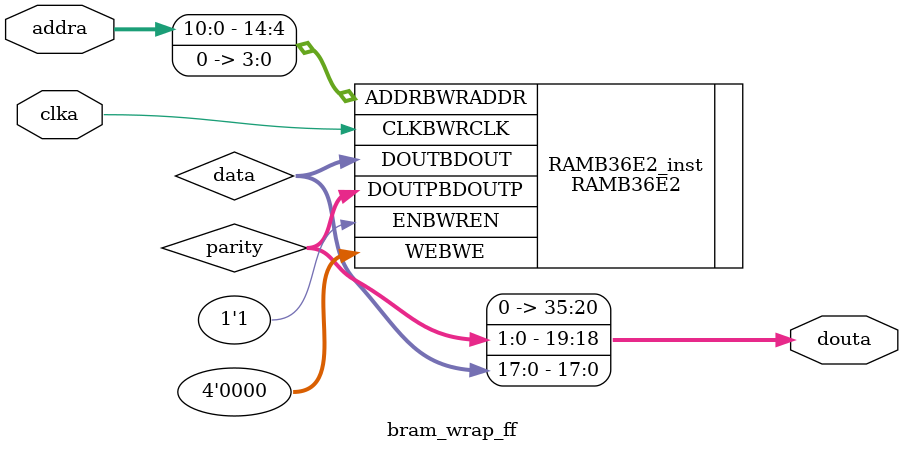
<source format=v>
`timescale 1ns / 1ps

module bram_wrap_ff(
    input clka,
    input [10:0] addra,
    output [35:0] douta
    );
    
    wire [17:0] data;
    wire [1:0] parity;
    
    assign douta = {18'b0, parity, data};
    
RAMB36E2 #(
// CASCADE_ORDER_A, CASCADE_ORDER_B: "FIRST", "MIDDLE", "LAST", "NONE"
.CASCADE_ORDER_A("NONE"),
.CASCADE_ORDER_B("NONE"),
// CLOCK_DOMAINS: "COMMON", "INDEPENDENT"
.CLOCK_DOMAINS("INDEPENDENT"),
// Collision check: "ALL", "GENERATE_X_ONLY", "NONE", "WARNING_ONLY"
.SIM_COLLISION_CHECK("ALL"),
// DOA_REG, DOB_REG: Optional output register (0, 1)
.DOA_REG(0),
.DOB_REG(0),
// ENADDRENA/ENADDRENB: Address enable pin enable, "TRUE", "FALSE"
.ENADDRENA("FALSE"),
.ENADDRENB("FALSE"),
// EN_ECC_PIPE: ECC pipeline register, "TRUE"/"FALSE"
.EN_ECC_PIPE("FALSE"),
// EN_ECC_READ: Enable ECC decoder, "TRUE"/"FALSE"
.EN_ECC_READ("FALSE"),
// EN_ECC_WRITE: Enable ECC encoder, "TRUE"/"FALSE"
.EN_ECC_WRITE("FALSE"),
   // INITP_00 to INITP_0F: Initial contents of the parity memory array
	.INITP_00(256'hFFFFFFFFFFFFFFFFFFFFFFFFFFFFFFFFFFFFFFFFFFFFFFFFFFFFFFFFFFFFFFFF),
	.INITP_01(256'hFFFFFFFFFFFFFFFFFFFFFFFFFFFFFFFFFFFFFFFFFFFFFFFFFFFFFFFFFFFFFFFF),
	.INITP_02(256'hFFFFFFFFFFFFFFFFFFFFFFFFFFFFFFFFFFFFFFFFFFFFFFFFFFFFFFFFFFFFFFFF),
	.INITP_03(256'hFFFFFFFFFFFFFFFFFFFFFFFFFFFFFFFFFFFFFFFFFFFFFFFFFFFFFFFFFFFFFFFF),
	.INITP_04(256'hFFFFFFFFFFFFFFFFFFFFFFFFFFFFFFFFFFFFFFFFFFFFFFFFFFFFFFFFFFFFFFFF),
	.INITP_05(256'hFFFFFFFFFFFFFFFFFFFFFFFFFFFFFFFFFFFFFFFFFFFFFFFFFFFFFFFFFFFFFFFF),
	.INITP_06(256'hFFFFFFFFFFFFFFFFFFFFFFFFFFFFFFFFFFFFFFFFFFFFFFFFFFFFFFFFFFFFFFFF),
	.INITP_07(256'hFFFFFFFFFFFFFFFFFFFFFFFFFFFFFFFFFFFFFFFFFFFFFFFFFFFFFFFFFFFFFFFF),
	.INITP_08(256'hFFFFFFFFFFFFFFFFFFFFFFFFFFFFFFFFFFFFFFFFFFFFFFFFFFFFFFFFFFFFFFFF),
	.INITP_09(256'hFFFFFFFFFFFFFFFFFFFFFFFFFFFFFFFFFFFFFFFFFFFFFFFFFFFFFFFFFFFFFFFF),
	.INITP_0A(256'hFFFFFFFFFFFFFFFFFFFFFFFFFFFFFFFFFFFFFFFFFFFFFFFFFFFFFFFFFFFFFFFF),
	.INITP_0B(256'hFFFFFFFFFFFFFFFFFFFFFFFFFFFFFFFFFFFFFFFFFFFFFFFFFFFFFFFFFFFFFFFF),
	.INITP_0C(256'hFFFFFFFFFFFFFFFFFFFFFFFFFFFFFFFFFFFFFFFFFFFFFFFFFFFFFFFFFFFFFFFF),
	.INITP_0D(256'hFFFFFFFFFFFFFFFFFFFFFFFFFFFFFFFFFFFFFFFFFFFFFFFFFFFFFFFFFFFFFFFF),
	.INITP_0E(256'hFFFFFFFFFFFFFFFFFFFFFFFFFFFFFFFFFFFFFFFFFFFFFFFFFFFFFFFFFFFFFFFF),
	.INITP_0F(256'hFFFFFFFFFFFFFFFFFFFFFFFFFFFFFFFFFFFFFFFFFFFFFFFFFFFFFFFFFFFFFFFF),
   // INIT_00 to INIT_7F: Initial contents of the data memory array
	.INIT_00(256'hFFFFFFFFFFFFFFFFFFFFFFFFFFFFFFFFFFFFFFFFFFFFFFFFFFFFFFFFFFFFFFFF),
	.INIT_01(256'hFFFFFFFFFFFFFFFFFFFFFFFFFFFFFFFFFFFFFFFFFFFFFFFFFFFFFFFFFFFFFFFF),
	.INIT_02(256'hFFFFFFFFFFFFFFFFFFFFFFFFFFFFFFFFFFFFFFFFFFFFFFFFFFFFFFFFFFFFFFFF),
	.INIT_03(256'hFFFFFFFFFFFFFFFFFFFFFFFFFFFFFFFFFFFFFFFFFFFFFFFFFFFFFFFFFFFFFFFF),
	.INIT_04(256'hFFFFFFFFFFFFFFFFFFFFFFFFFFFFFFFFFFFFFFFFFFFFFFFFFFFFFFFFFFFFFFFF),
	.INIT_05(256'hFFFFFFFFFFFFFFFFFFFFFFFFFFFFFFFFFFFFFFFFFFFFFFFFFFFFFFFFFFFFFFFF),
	.INIT_06(256'hFFFFFFFFFFFFFFFFFFFFFFFFFFFFFFFFFFFFFFFFFFFFFFFFFFFFFFFFFFFFFFFF),
	.INIT_07(256'hFFFFFFFFFFFFFFFFFFFFFFFFFFFFFFFFFFFFFFFFFFFFFFFFFFFFFFFFFFFFFFFF),
	.INIT_08(256'hFFFFFFFFFFFFFFFFFFFFFFFFFFFFFFFFFFFFFFFFFFFFFFFFFFFFFFFFFFFFFFFF),
	.INIT_09(256'hFFFFFFFFFFFFFFFFFFFFFFFFFFFFFFFFFFFFFFFFFFFFFFFFFFFFFFFFFFFFFFFF),
	.INIT_0A(256'hFFFFFFFFFFFFFFFFFFFFFFFFFFFFFFFFFFFFFFFFFFFFFFFFFFFFFFFFFFFFFFFF),
	.INIT_0B(256'hFFFFFFFFFFFFFFFFFFFFFFFFFFFFFFFFFFFFFFFFFFFFFFFFFFFFFFFFFFFFFFFF),
	.INIT_0C(256'hFFFFFFFFFFFFFFFFFFFFFFFFFFFFFFFFFFFFFFFFFFFFFFFFFFFFFFFFFFFFFFFF),
	.INIT_0D(256'hFFFFFFFFFFFFFFFFFFFFFFFFFFFFFFFFFFFFFFFFFFFFFFFFFFFFFFFFFFFFFFFF),
	.INIT_0E(256'hFFFFFFFFFFFFFFFFFFFFFFFFFFFFFFFFFFFFFFFFFFFFFFFFFFFFFFFFFFFFFFFF),
	.INIT_0F(256'hFFFFFFFFFFFFFFFFFFFFFFFFFFFFFFFFFFFFFFFFFFFFFFFFFFFFFFFFFFFFFFFF),
	.INIT_10(256'hFFFFFFFFFFFFFFFFFFFFFFFFFFFFFFFFFFFFFFFFFFFFFFFFFFFFFFFFFFFFFFFF),
	.INIT_11(256'hFFFFFFFFFFFFFFFFFFFFFFFFFFFFFFFFFFFFFFFFFFFFFFFFFFFFFFFFFFFFFFFF),
	.INIT_12(256'hFFFFFFFFFFFFFFFFFFFFFFFFFFFFFFFFFFFFFFFFFFFFFFFFFFFFFFFFFFFFFFFF),
	.INIT_13(256'hFFFFFFFFFFFFFFFFFFFFFFFFFFFFFFFFFFFFFFFFFFFFFFFFFFFFFFFFFFFFFFFF),
	.INIT_14(256'hFFFFFFFFFFFFFFFFFFFFFFFFFFFFFFFFFFFFFFFFFFFFFFFFFFFFFFFFFFFFFFFF),
	.INIT_15(256'hFFFFFFFFFFFFFFFFFFFFFFFFFFFFFFFFFFFFFFFFFFFFFFFFFFFFFFFFFFFFFFFF),
	.INIT_16(256'hFFFFFFFFFFFFFFFFFFFFFFFFFFFFFFFFFFFFFFFFFFFFFFFFFFFFFFFFFFFFFFFF),
	.INIT_17(256'hFFFFFFFFFFFFFFFFFFFFFFFFFFFFFFFFFFFFFFFFFFFFFFFFFFFFFFFFFFFFFFFF),
	.INIT_18(256'hFFFFFFFFFFFFFFFFFFFFFFFFFFFFFFFFFFFFFFFFFFFFFFFFFFFFFFFFFFFFFFFF),
	.INIT_19(256'hFFFFFFFFFFFFFFFFFFFFFFFFFFFFFFFFFFFFFFFFFFFFFFFFFFFFFFFFFFFFFFFF),
	.INIT_1A(256'hFFFFFFFFFFFFFFFFFFFFFFFFFFFFFFFFFFFFFFFFFFFFFFFFFFFFFFFFFFFFFFFF),
	.INIT_1B(256'hFFFFFFFFFFFFFFFFFFFFFFFFFFFFFFFFFFFFFFFFFFFFFFFFFFFFFFFFFFFFFFFF),
	.INIT_1C(256'hFFFFFFFFFFFFFFFFFFFFFFFFFFFFFFFFFFFFFFFFFFFFFFFFFFFFFFFFFFFFFFFF),
	.INIT_1D(256'hFFFFFFFFFFFFFFFFFFFFFFFFFFFFFFFFFFFFFFFFFFFFFFFFFFFFFFFFFFFFFFFF),
	.INIT_1E(256'hFFFFFFFFFFFFFFFFFFFFFFFFFFFFFFFFFFFFFFFFFFFFFFFFFFFFFFFFFFFFFFFF),
	.INIT_1F(256'hFFFFFFFFFFFFFFFFFFFFFFFFFFFFFFFFFFFFFFFFFFFFFFFFFFFFFFFFFFFFFFFF),
	.INIT_20(256'hFFFFFFFFFFFFFFFFFFFFFFFFFFFFFFFFFFFFFFFFFFFFFFFFFFFFFFFFFFFFFFFF),
	.INIT_21(256'hFFFFFFFFFFFFFFFFFFFFFFFFFFFFFFFFFFFFFFFFFFFFFFFFFFFFFFFFFFFFFFFF),
	.INIT_22(256'hFFFFFFFFFFFFFFFFFFFFFFFFFFFFFFFFFFFFFFFFFFFFFFFFFFFFFFFFFFFFFFFF),
	.INIT_23(256'hFFFFFFFFFFFFFFFFFFFFFFFFFFFFFFFFFFFFFFFFFFFFFFFFFFFFFFFFFFFFFFFF),
	.INIT_24(256'hFFFFFFFFFFFFFFFFFFFFFFFFFFFFFFFFFFFFFFFFFFFFFFFFFFFFFFFFFFFFFFFF),
	.INIT_25(256'hFFFFFFFFFFFFFFFFFFFFFFFFFFFFFFFFFFFFFFFFFFFFFFFFFFFFFFFFFFFFFFFF),
	.INIT_26(256'hFFFFFFFFFFFFFFFFFFFFFFFFFFFFFFFFFFFFFFFFFFFFFFFFFFFFFFFFFFFFFFFF),
	.INIT_27(256'hFFFFFFFFFFFFFFFFFFFFFFFFFFFFFFFFFFFFFFFFFFFFFFFFFFFFFFFFFFFFFFFF),
	.INIT_28(256'hFFFFFFFFFFFFFFFFFFFFFFFFFFFFFFFFFFFFFFFFFFFFFFFFFFFFFFFFFFFFFFFF),
	.INIT_29(256'hFFFFFFFFFFFFFFFFFFFFFFFFFFFFFFFFFFFFFFFFFFFFFFFFFFFFFFFFFFFFFFFF),
	.INIT_2A(256'hFFFFFFFFFFFFFFFFFFFFFFFFFFFFFFFFFFFFFFFFFFFFFFFFFFFFFFFFFFFFFFFF),
	.INIT_2B(256'hFFFFFFFFFFFFFFFFFFFFFFFFFFFFFFFFFFFFFFFFFFFFFFFFFFFFFFFFFFFFFFFF),
	.INIT_2C(256'hFFFFFFFFFFFFFFFFFFFFFFFFFFFFFFFFFFFFFFFFFFFFFFFFFFFFFFFFFFFFFFFF),
	.INIT_2D(256'hFFFFFFFFFFFFFFFFFFFFFFFFFFFFFFFFFFFFFFFFFFFFFFFFFFFFFFFFFFFFFFFF),
	.INIT_2E(256'hFFFFFFFFFFFFFFFFFFFFFFFFFFFFFFFFFFFFFFFFFFFFFFFFFFFFFFFFFFFFFFFF),
	.INIT_2F(256'hFFFFFFFFFFFFFFFFFFFFFFFFFFFFFFFFFFFFFFFFFFFFFFFFFFFFFFFFFFFFFFFF),
	.INIT_30(256'hFFFFFFFFFFFFFFFFFFFFFFFFFFFFFFFFFFFFFFFFFFFFFFFFFFFFFFFFFFFFFFFF),
	.INIT_31(256'hFFFFFFFFFFFFFFFFFFFFFFFFFFFFFFFFFFFFFFFFFFFFFFFFFFFFFFFFFFFFFFFF),
	.INIT_32(256'hFFFFFFFFFFFFFFFFFFFFFFFFFFFFFFFFFFFFFFFFFFFFFFFFFFFFFFFFFFFFFFFF),
	.INIT_33(256'hFFFFFFFFFFFFFFFFFFFFFFFFFFFFFFFFFFFFFFFFFFFFFFFFFFFFFFFFFFFFFFFF),
	.INIT_34(256'hFFFFFFFFFFFFFFFFFFFFFFFFFFFFFFFFFFFFFFFFFFFFFFFFFFFFFFFFFFFFFFFF),
	.INIT_35(256'hFFFFFFFFFFFFFFFFFFFFFFFFFFFFFFFFFFFFFFFFFFFFFFFFFFFFFFFFFFFFFFFF),
	.INIT_36(256'hFFFFFFFFFFFFFFFFFFFFFFFFFFFFFFFFFFFFFFFFFFFFFFFFFFFFFFFFFFFFFFFF),
	.INIT_37(256'hFFFFFFFFFFFFFFFFFFFFFFFFFFFFFFFFFFFFFFFFFFFFFFFFFFFFFFFFFFFFFFFF),
	.INIT_38(256'hFFFFFFFFFFFFFFFFFFFFFFFFFFFFFFFFFFFFFFFFFFFFFFFFFFFFFFFFFFFFFFFF),
	.INIT_39(256'hFFFFFFFFFFFFFFFFFFFFFFFFFFFFFFFFFFFFFFFFFFFFFFFFFFFFFFFFFFFFFFFF),
	.INIT_3A(256'hFFFFFFFFFFFFFFFFFFFFFFFFFFFFFFFFFFFFFFFFFFFFFFFFFFFFFFFFFFFFFFFF),
	.INIT_3B(256'hFFFFFFFFFFFFFFFFFFFFFFFFFFFFFFFFFFFFFFFFFFFFFFFFFFFFFFFFFFFFFFFF),
	.INIT_3C(256'hFFFFFFFFFFFFFFFFFFFFFFFFFFFFFFFFFFFFFFFFFFFFFFFFFFFFFFFFFFFFFFFF),
	.INIT_3D(256'hFFFFFFFFFFFFFFFFFFFFFFFFFFFFFFFFFFFFFFFFFFFFFFFFFFFFFFFFFFFFFFFF),
	.INIT_3E(256'hFFFFFFFFFFFFFFFFFFFFFFFFFFFFFFFFFFFFFFFFFFFFFFFFFFFFFFFFFFFFFFFF),
	.INIT_3F(256'hFFFFFFFFFFFFFFFFFFFFFFFFFFFFFFFFFFFFFFFFFFFFFFFFFFFFFFFFFFFFFFFF),
	.INIT_40(256'hFFFFFFFFFFFFFFFFFFFFFFFFFFFFFFFFFFFFFFFFFFFFFFFFFFFFFFFFFFFFFFFF),
	.INIT_41(256'hFFFFFFFFFFFFFFFFFFFFFFFFFFFFFFFFFFFFFFFFFFFFFFFFFFFFFFFFFFFFFFFF),
	.INIT_42(256'hFFFFFFFFFFFFFFFFFFFFFFFFFFFFFFFFFFFFFFFFFFFFFFFFFFFFFFFFFFFFFFFF),
	.INIT_43(256'hFFFFFFFFFFFFFFFFFFFFFFFFFFFFFFFFFFFFFFFFFFFFFFFFFFFFFFFFFFFFFFFF),
	.INIT_44(256'hFFFFFFFFFFFFFFFFFFFFFFFFFFFFFFFFFFFFFFFFFFFFFFFFFFFFFFFFFFFFFFFF),
	.INIT_45(256'hFFFFFFFFFFFFFFFFFFFFFFFFFFFFFFFFFFFFFFFFFFFFFFFFFFFFFFFFFFFFFFFF),
	.INIT_46(256'hFFFFFFFFFFFFFFFFFFFFFFFFFFFFFFFFFFFFFFFFFFFFFFFFFFFFFFFFFFFFFFFF),
	.INIT_47(256'hFFFFFFFFFFFFFFFFFFFFFFFFFFFFFFFFFFFFFFFFFFFFFFFFFFFFFFFFFFFFFFFF),
	.INIT_48(256'hFFFFFFFFFFFFFFFFFFFFFFFFFFFFFFFFFFFFFFFFFFFFFFFFFFFFFFFFFFFFFFFF),
	.INIT_49(256'hFFFFFFFFFFFFFFFFFFFFFFFFFFFFFFFFFFFFFFFFFFFFFFFFFFFFFFFFFFFFFFFF),
	.INIT_4A(256'hFFFFFFFFFFFFFFFFFFFFFFFFFFFFFFFFFFFFFFFFFFFFFFFFFFFFFFFFFFFFFFFF),
	.INIT_4B(256'hFFFFFFFFFFFFFFFFFFFFFFFFFFFFFFFFFFFFFFFFFFFFFFFFFFFFFFFFFFFFFFFF),
	.INIT_4C(256'hFFFFFFFFFFFFFFFFFFFFFFFFFFFFFFFFFFFFFFFFFFFFFFFFFFFFFFFFFFFFFFFF),
	.INIT_4D(256'hFFFFFFFFFFFFFFFFFFFFFFFFFFFFFFFFFFFFFFFFFFFFFFFFFFFFFFFFFFFFFFFF),
	.INIT_4E(256'hFFFFFFFFFFFFFFFFFFFFFFFFFFFFFFFFFFFFFFFFFFFFFFFFFFFFFFFFFFFFFFFF),
	.INIT_4F(256'hFFFFFFFFFFFFFFFFFFFFFFFFFFFFFFFFFFFFFFFFFFFFFFFFFFFFFFFFFFFFFFFF),
	.INIT_50(256'hFFFFFFFFFFFFFFFFFFFFFFFFFFFFFFFFFFFFFFFFFFFFFFFFFFFFFFFFFFFFFFFF),
	.INIT_51(256'hFFFFFFFFFFFFFFFFFFFFFFFFFFFFFFFFFFFFFFFFFFFFFFFFFFFFFFFFFFFFFFFF),
	.INIT_52(256'hFFFFFFFFFFFFFFFFFFFFFFFFFFFFFFFFFFFFFFFFFFFFFFFFFFFFFFFFFFFFFFFF),
	.INIT_53(256'hFFFFFFFFFFFFFFFFFFFFFFFFFFFFFFFFFFFFFFFFFFFFFFFFFFFFFFFFFFFFFFFF),
	.INIT_54(256'hFFFFFFFFFFFFFFFFFFFFFFFFFFFFFFFFFFFFFFFFFFFFFFFFFFFFFFFFFFFFFFFF),
	.INIT_55(256'hFFFFFFFFFFFFFFFFFFFFFFFFFFFFFFFFFFFFFFFFFFFFFFFFFFFFFFFFFFFFFFFF),
	.INIT_56(256'hFFFFFFFFFFFFFFFFFFFFFFFFFFFFFFFFFFFFFFFFFFFFFFFFFFFFFFFFFFFFFFFF),
	.INIT_57(256'hFFFFFFFFFFFFFFFFFFFFFFFFFFFFFFFFFFFFFFFFFFFFFFFFFFFFFFFFFFFFFFFF),
	.INIT_58(256'hFFFFFFFFFFFFFFFFFFFFFFFFFFFFFFFFFFFFFFFFFFFFFFFFFFFFFFFFFFFFFFFF),
	.INIT_59(256'hFFFFFFFFFFFFFFFFFFFFFFFFFFFFFFFFFFFFFFFFFFFFFFFFFFFFFFFFFFFFFFFF),
	.INIT_5A(256'hFFFFFFFFFFFFFFFFFFFFFFFFFFFFFFFFFFFFFFFFFFFFFFFFFFFFFFFFFFFFFFFF),
	.INIT_5B(256'hFFFFFFFFFFFFFFFFFFFFFFFFFFFFFFFFFFFFFFFFFFFFFFFFFFFFFFFFFFFFFFFF),
	.INIT_5C(256'hFFFFFFFFFFFFFFFFFFFFFFFFFFFFFFFFFFFFFFFFFFFFFFFFFFFFFFFFFFFFFFFF),
	.INIT_5D(256'hFFFFFFFFFFFFFFFFFFFFFFFFFFFFFFFFFFFFFFFFFFFFFFFFFFFFFFFFFFFFFFFF),
	.INIT_5E(256'hFFFFFFFFFFFFFFFFFFFFFFFFFFFFFFFFFFFFFFFFFFFFFFFFFFFFFFFFFFFFFFFF),
	.INIT_5F(256'hFFFFFFFFFFFFFFFFFFFFFFFFFFFFFFFFFFFFFFFFFFFFFFFFFFFFFFFFFFFFFFFF),
	.INIT_60(256'hFFFFFFFFFFFFFFFFFFFFFFFFFFFFFFFFFFFFFFFFFFFFFFFFFFFFFFFFFFFFFFFF),
	.INIT_61(256'hFFFFFFFFFFFFFFFFFFFFFFFFFFFFFFFFFFFFFFFFFFFFFFFFFFFFFFFFFFFFFFFF),
	.INIT_62(256'hFFFFFFFFFFFFFFFFFFFFFFFFFFFFFFFFFFFFFFFFFFFFFFFFFFFFFFFFFFFFFFFF),
	.INIT_63(256'hFFFFFFFFFFFFFFFFFFFFFFFFFFFFFFFFFFFFFFFFFFFFFFFFFFFFFFFFFFFFFFFF),
	.INIT_64(256'hFFFFFFFFFFFFFFFFFFFFFFFFFFFFFFFFFFFFFFFFFFFFFFFFFFFFFFFFFFFFFFFF),
	.INIT_65(256'hFFFFFFFFFFFFFFFFFFFFFFFFFFFFFFFFFFFFFFFFFFFFFFFFFFFFFFFFFFFFFFFF),
	.INIT_66(256'hFFFFFFFFFFFFFFFFFFFFFFFFFFFFFFFFFFFFFFFFFFFFFFFFFFFFFFFFFFFFFFFF),
	.INIT_67(256'hFFFFFFFFFFFFFFFFFFFFFFFFFFFFFFFFFFFFFFFFFFFFFFFFFFFFFFFFFFFFFFFF),
	.INIT_68(256'hFFFFFFFFFFFFFFFFFFFFFFFFFFFFFFFFFFFFFFFFFFFFFFFFFFFFFFFFFFFFFFFF),
	.INIT_69(256'hFFFFFFFFFFFFFFFFFFFFFFFFFFFFFFFFFFFFFFFFFFFFFFFFFFFFFFFFFFFFFFFF),
	.INIT_6A(256'hFFFFFFFFFFFFFFFFFFFFFFFFFFFFFFFFFFFFFFFFFFFFFFFFFFFFFFFFFFFFFFFF),
	.INIT_6B(256'hFFFFFFFFFFFFFFFFFFFFFFFFFFFFFFFFFFFFFFFFFFFFFFFFFFFFFFFFFFFFFFFF),
	.INIT_6C(256'hFFFFFFFFFFFFFFFFFFFFFFFFFFFFFFFFFFFFFFFFFFFFFFFFFFFFFFFFFFFFFFFF),
	.INIT_6D(256'hFFFFFFFFFFFFFFFFFFFFFFFFFFFFFFFFFFFFFFFFFFFFFFFFFFFFFFFFFFFFFFFF),
	.INIT_6E(256'hFFFFFFFFFFFFFFFFFFFFFFFFFFFFFFFFFFFFFFFFFFFFFFFFFFFFFFFFFFFFFFFF),
	.INIT_6F(256'hFFFFFFFFFFFFFFFFFFFFFFFFFFFFFFFFFFFFFFFFFFFFFFFFFFFFFFFFFFFFFFFF),
	.INIT_70(256'hFFFFFFFFFFFFFFFFFFFFFFFFFFFFFFFFFFFFFFFFFFFFFFFFFFFFFFFFFFFFFFFF),
	.INIT_71(256'hFFFFFFFFFFFFFFFFFFFFFFFFFFFFFFFFFFFFFFFFFFFFFFFFFFFFFFFFFFFFFFFF),
	.INIT_72(256'hFFFFFFFFFFFFFFFFFFFFFFFFFFFFFFFFFFFFFFFFFFFFFFFFFFFFFFFFFFFFFFFF),
	.INIT_73(256'hFFFFFFFFFFFFFFFFFFFFFFFFFFFFFFFFFFFFFFFFFFFFFFFFFFFFFFFFFFFFFFFF),
	.INIT_74(256'hFFFFFFFFFFFFFFFFFFFFFFFFFFFFFFFFFFFFFFFFFFFFFFFFFFFFFFFFFFFFFFFF),
	.INIT_75(256'hFFFFFFFFFFFFFFFFFFFFFFFFFFFFFFFFFFFFFFFFFFFFFFFFFFFFFFFFFFFFFFFF),
	.INIT_76(256'hFFFFFFFFFFFFFFFFFFFFFFFFFFFFFFFFFFFFFFFFFFFFFFFFFFFFFFFFFFFFFFFF),
	.INIT_77(256'hFFFFFFFFFFFFFFFFFFFFFFFFFFFFFFFFFFFFFFFFFFFFFFFFFFFFFFFFFFFFFFFF),
	.INIT_78(256'hFFFFFFFFFFFFFFFFFFFFFFFFFFFFFFFFFFFFFFFFFFFFFFFFFFFFFFFFFFFFFFFF),
	.INIT_79(256'hFFFFFFFFFFFFFFFFFFFFFFFFFFFFFFFFFFFFFFFFFFFFFFFFFFFFFFFFFFFFFFFF),
	.INIT_7A(256'hFFFFFFFFFFFFFFFFFFFFFFFFFFFFFFFFFFFFFFFFFFFFFFFFFFFFFFFFFFFFFFFF),
	.INIT_7B(256'hFFFFFFFFFFFFFFFFFFFFFFFFFFFFFFFFFFFFFFFFFFFFFFFFFFFFFFFFFFFFFFFF),
	.INIT_7C(256'hFFFFFFFFFFFFFFFFFFFFFFFFFFFFFFFFFFFFFFFFFFFFFFFFFFFFFFFFFFFFFFFF),
	.INIT_7D(256'hFFFFFFFFFFFFFFFFFFFFFFFFFFFFFFFFFFFFFFFFFFFFFFFFFFFFFFFFFFFFFFFF),
	.INIT_7E(256'hFFFFFFFFFFFFFFFFFFFFFFFFFFFFFFFFFFFFFFFFFFFFFFFFFFFFFFFFFFFFFFFF),
	.INIT_7F(256'hFFFFFFFFFFFFFFFFFFFFFFFFFFFFFFFFFFFFFFFFFFFFFFFFFFFFFFFFFFFFFFFF),
   // INIT_A, INIT_B: Initial values on output ports
.INIT_A(36'h000000000),
.INIT_B(36'h000000000),
// Initialization File: RAM initialization file
.INIT_FILE("NONE"),
// Programmable Inversion Attributes: Specifies the use of the built-in programmable inversion
.IS_CLKARDCLK_INVERTED(1'b0),
.IS_CLKBWRCLK_INVERTED(1'b0),
.IS_ENARDEN_INVERTED(1'b0),
.IS_ENBWREN_INVERTED(1'b0),
.IS_RSTRAMARSTRAM_INVERTED(1'b0),
.IS_RSTRAMB_INVERTED(1'b0),
.IS_RSTREGARSTREG_INVERTED(1'b0),
.IS_RSTREGB_INVERTED(1'b0),
// RDADDRCHANGE: Disable memory access when output value does not change ("TRUE", "FALSE")
.RDADDRCHANGEA("FALSE"),
.RDADDRCHANGEB("FALSE"),
// READ_WIDTH_A/B, WRITE_WIDTH_A/B: Read/write width per port
.READ_WIDTH_A(0), // 0-9
.READ_WIDTH_B(18), // 0-9
.WRITE_WIDTH_A(0), // 0-9
.WRITE_WIDTH_B(0), // 0-9
// RSTREG_PRIORITY_A, RSTREG_PRIORITY_B: Reset or enable priority ("RSTREG", "REGCE")
.RSTREG_PRIORITY_A("RSTREG"),
.RSTREG_PRIORITY_B("RSTREG"),
// SRVAL_A, SRVAL_B: Set/reset value for output
.SRVAL_A(36'h000000000),
.SRVAL_B(36'h000000000),
// Sleep Async: Sleep function asynchronous or synchronous ("TRUE", "FALSE")
.SLEEP_ASYNC("FALSE"),
// WriteMode: "WRITE_FIRST", "NO_CHANGE", "READ_FIRST"
.WRITE_MODE_A("READ_FIRST"),
.WRITE_MODE_B("READ_FIRST")
)
RAMB36E2_inst (
// Cascade Signals outputs: Multi-BRAM cascade signals
//.CASDOUTA(CASDOUTA), // 32-bit output: Port A cascade output data
//.CASDOUTB(CASDOUTB), // 32-bit output: Port B cascade output data
//.CASDOUTPA(CASDOUTPA), // 4-bit output: Port A cascade output parity data
//.CASDOUTPB(CASDOUTPB), // 4-bit output: Port B cascade output parity data
//.CASOUTDBITERR(CASOUTDBITERR), // 1-bit output: DBITERR cascade output
//.CASOUTSBITERR(CASOUTSBITERR), // 1-bit output: SBITERR cascade output
// ECC Signals outputs: Error Correction Circuitry ports
//.DBITERR(DBITERR), // 1-bit output: Double bit error status
//.ECCPARITY(ECCPARITY), // 8-bit output: Generated error correction parity
//.RDADDRECC(RDADDRECC), // 9-bit output: ECC Read Address
//.SBITERR(SBITERR), // 1-bit output: Single bit error status
// Port A Data outputs: Port A data
.DOUTBDOUT(data), // 32-bit output: Port A Data/LSB data
.DOUTPBDOUTP(parity), // 4-bit output: Port A parity/LSB parity
// Port B Data outputs: Port B data
//.DOUTBDOUT(DOUTBDOUT), // 32-bit output: Port B data/MSB data
//.DOUTPBDOUTP(DOUTPBDOUTP), // 4-bit output: Port B parity/MSB parity
// Cascade Signals inputs: Multi-BRAM cascade signals
//.CASDIMUXA(CASDIMUXA), // 1-bit input: Port A input data (0=DINA, 1=CASDINA)
//.CASDIMUXB(CASDIMUXB), // 1-bit input: Port B input data (0=DINB, 1=CASDINB)
//.CASDINA(CASDINA), // 32-bit input: Port A cascade input data
//.CASDINB(CASDINB), // 32-bit input: Port B cascade input data
//.CASDINPA(CASDINPA), // 4-bit input: Port A cascade input parity data
//.CASDINPB(CASDINPB), // 4-bit input: Port B cascade input parity data
//.CASDOMUXA(CASDOMUXA), // 1-bit input: Port A unregistered data (0=BRAM data, 1=CASDINA)
//.CASDOMUXB(CASDOMUXB), // 1-bit input: Port B unregistered data (0=BRAM data, 1=CASDINB)
//.CASDOMUXEN_A(CASDOMUXEN_A), // 1-bit input: Port A unregistered output data enable
//.CASDOMUXEN_B(CASDOMUXEN_B), // 1-bit input: Port B unregistered output data enable
//.CASINDBITERR(CASINDBITERR), // 1-bit input: DBITERR cascade input
//.CASINSBITERR(CASINSBITERR), // 1-bit input: SBITERR cascade input
//.CASOREGIMUXA(CASOREGIMUXA), // 1-bit input: Port A registered data (0=BRAM data, 1=CASDINA)
//.CASOREGIMUXB(CASOREGIMUXB), // 1-bit input: Port B registered data (0=BRAM data, 1=CASDINB)
//.CASOREGIMUXEN_A(CASOREGIMUXEN_A), // 1-bit input: Port A registered output data enable
//.CASOREGIMUXEN_B(CASOREGIMUXEN_B), // 1-bit input: Port B registered output data enable
// ECC Signals inputs: Error Correction Circuitry ports
//.ECCPIPECE(ECCPIPECE), // 1-bit input: ECC Pipeline Register Enable
//.INJECTDBITERR(INJECTDBITERR), // 1-bit input: Inject a double-bit error
//.INJECTSBITERR(INJECTSBITERR),
// Port A Address/Control Signals inputs: Port A address and control signals
.ADDRBWRADDR({addra[10:0], 4'b0}), // 15-bit input: A/Read port address
//.ADDRENB(1'b1),
.ENBWREN(1'b1), // 1-bit input: Active-High A/Read port address enable
.CLKBWRCLK(clka), // 1-bit input: A/Read port clock
//.ENARDEN(1'b1), // 1-bit input: Port A enable/Read enable
//.REGCEAREGCE(REGCEAREGCE), // 1-bit input: Port A register enable/Register enable
//.RSTRAMARSTRAM(RSTRAMARSTRAM), // 1-bit input: Port A set/reset
//.RSTREGARSTREG(RSTREGARSTREG), // 1-bit input: Port A register set/reset
//.SLEEP(SLEEP), // 1-bit input: Sleep Mode
//.WEA(4'b0) // 4-bit input: Port A write enable
// Port A Data inputs: Port A data
//.DINADIN(DINADIN), // 32-bit input: Port A data/LSB data
//.DINPADINP(DINPADINP), // 4-bit input: Port A parity/LSB parity
// Port B Address/Control Signals inputs: Port B address and control signals
//.ADDRBWRADDR(ADDRBWRADDR), // 15-bit input: B/Write port address
//.ADDRENB(ADDRENB), // 1-bit input: Active-High B/Write port address enable
//.CLKBWRCLK(CLKBWRCLK), // 1-bit input: B/Write port clock
//.ENBWREN(ENBWREN), // 1-bit input: Port B enable/Write enable
//.REGCEB(REGCEB), // 1-bit input: Port B register enable
//.RSTRAMB(RSTRAMB), // 1-bit input: Port B set/reset
//.RSTREGB(RSTREGB), // 1-bit input: Port B register set/reset
.WEBWE(4'b0) // 8-bit input: Port B write enable/Write enable
// Port B Data inputs: Port B data
//.DINBDIN(DINBDIN), // 32-bit input: Port B data/MSB data
//.DINPBDINP(DINPBDINP) // 4-bit input: Port B parity/MSB parity
);
    
endmodule

</source>
